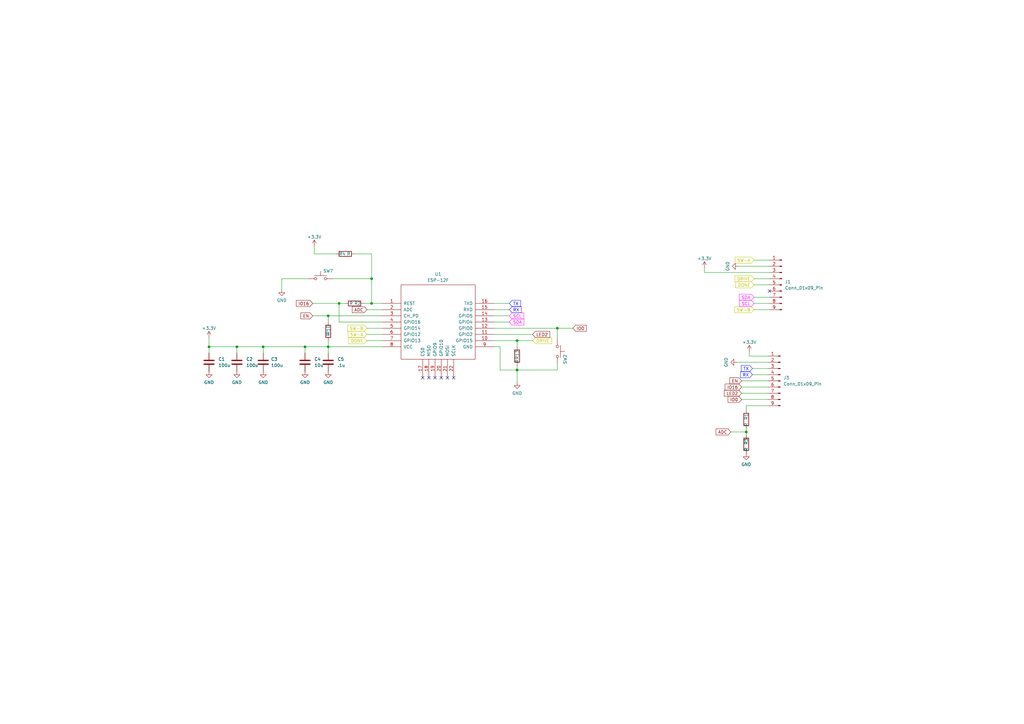
<source format=kicad_sch>
(kicad_sch (version 20230121) (generator eeschema)
  (paper "A3")
  (lib_symbols
    (symbol "Connector:Conn_01x09_Pin" (pin_names (offset 1.016) hide)
      (property "Reference" "J" (at 0 12.7 0))
      (property "Value" "Conn_01x09_Pin" (at 0 -12.7 0))
      (symbol "Conn_01x09_Pin_1_1"
        (polyline (pts (xy 1.27 -10.16) (xy 0.8636 -10.16)) (stroke (width 0.1524)))
        (polyline (pts (xy 1.27 -7.62) (xy 0.8636 -7.62)) (stroke (width 0.1524)))
        (polyline (pts (xy 1.27 -5.08) (xy 0.8636 -5.08)) (stroke (width 0.1524)))
        (polyline (pts (xy 1.27 -2.54) (xy 0.8636 -2.54)) (stroke (width 0.1524)))
        (polyline (pts (xy 1.27 0) (xy 0.8636 0)) (stroke (width 0.1524)))
        (polyline (pts (xy 1.27 2.54) (xy 0.8636 2.54)) (stroke (width 0.1524)))
        (polyline (pts (xy 1.27 5.08) (xy 0.8636 5.08)) (stroke (width 0.1524)))
        (polyline (pts (xy 1.27 7.62) (xy 0.8636 7.62)) (stroke (width 0.1524)))
        (polyline (pts (xy 1.27 10.16) (xy 0.8636 10.16)) (stroke (width 0.1524)))
        (rectangle (start 0.8636 -10.033) (end 0 -10.287) (stroke (width 0.1524)) (fill (type outline)))
        (rectangle (start 0.8636 -7.493) (end 0 -7.747) (stroke (width 0.1524)) (fill (type outline)))
        (rectangle (start 0.8636 -4.953) (end 0 -5.207) (stroke (width 0.1524)) (fill (type outline)))
        (rectangle (start 0.8636 -2.413) (end 0 -2.667) (stroke (width 0.1524)) (fill (type outline)))
        (rectangle (start 0.8636 0.127) (end 0 -0.127) (stroke (width 0.1524)) (fill (type outline)))
        (rectangle (start 0.8636 2.667) (end 0 2.413) (stroke (width 0.1524)) (fill (type outline)))
        (rectangle (start 0.8636 5.207) (end 0 4.953) (stroke (width 0.1524)) (fill (type outline)))
        (rectangle (start 0.8636 7.747) (end 0 7.493) (stroke (width 0.1524)) (fill (type outline)))
        (rectangle (start 0.8636 10.287) (end 0 10.033) (stroke (width 0.1524)) (fill (type outline)))
        (pin passive line (at 5.08 10.16 180) (length 3.81) (name "Pin_1") (number "1"))
        (pin passive line (at 5.08 7.62 180) (length 3.81) (name "Pin_2") (number "2"))
        (pin passive line (at 5.08 5.08 180) (length 3.81) (name "Pin_3") (number "3"))
        (pin passive line (at 5.08 2.54 180) (length 3.81) (name "Pin_4") (number "4"))
        (pin passive line (at 5.08 0 180) (length 3.81) (name "Pin_5") (number "5"))
        (pin passive line (at 5.08 -2.54 180) (length 3.81) (name "Pin_6") (number "6"))
        (pin passive line (at 5.08 -5.08 180) (length 3.81) (name "Pin_7") (number "7"))
        (pin passive line (at 5.08 -7.62 180) (length 3.81) (name "Pin_8") (number "8"))
        (pin passive line (at 5.08 -10.16 180) (length 3.81) (name "Pin_9") (number "9"))
      )
    )
    (symbol "Device:C" (pin_numbers hide) (pin_names (offset 0.254))
      (property "Reference" "C" (at 0.635 2.54 0))
      (property "Value" "C" (at 0.635 -2.54 0))
      (symbol "C_0_1"
        (polyline (pts (xy -2.032 -0.762) (xy 2.032 -0.762)) (stroke (width 0.508)))
        (polyline (pts (xy -2.032 0.762) (xy 2.032 0.762)) (stroke (width 0.508)))
      )
      (symbol "C_1_1"
        (pin passive line (at 0 3.81 270) (length 2.794) (name "~") (number "1"))
        (pin passive line (at 0 -3.81 90) (length 2.794) (name "~") (number "2"))
      )
    )
    (symbol "Device:R" (pin_numbers hide) (pin_names (offset 0))
      (property "Reference" "R" (at 2.032 0 90))
      (property "Value" "R" (at 0 0 90))
      (symbol "R_0_1"
        (rectangle (start -1.016 -2.54) (end 1.016 2.54) (stroke (width 0.254)))
      )
      (symbol "R_1_1"
        (pin passive line (at 0 3.81 270) (length 1.27) (name "~") (number "1"))
        (pin passive line (at 0 -3.81 90) (length 1.27) (name "~") (number "2"))
      )
    )
    (symbol "ESP8266:ESP-12F" (pin_names (offset 1.016))
      (property "Reference" "U2" (at 0 19.685 0))
      (property "Value" "ESP-12F" (at 0 17.145 0))
      (symbol "ESP-12F_1_0"
        (rectangle (start -15.24 -15.24) (end 15.24 15.24))
      )
      (symbol "ESP-12F_1_1"
        (pin input line (at -22.86 7.62 0) (length 7.62) (name "REST") (number "1"))
        (pin bidirectional line (at 22.86 -7.62 180) (length 7.62) (name "GPIO15") (number "10"))
        (pin bidirectional line (at 22.86 -5.08 180) (length 7.62) (name "GPIO2") (number "11"))
        (pin bidirectional line (at 22.86 -2.54 180) (length 7.62) (name "GPIO0") (number "12"))
        (pin bidirectional line (at 22.86 0 180) (length 7.62) (name "GPIO4") (number "13"))
        (pin bidirectional line (at 22.86 2.54 180) (length 7.62) (name "GPIO5") (number "14"))
        (pin input line (at 22.86 5.08 180) (length 7.62) (name "RXD") (number "15"))
        (pin output line (at 22.86 7.62 180) (length 7.62) (name "TXD") (number "16"))
        (pin bidirectional line (at -6.35 -22.86 90) (length 7.62) (name "CS0") (number "17"))
        (pin bidirectional line (at -3.81 -22.86 90) (length 7.62) (name "MISO") (number "18"))
        (pin bidirectional line (at -1.27 -22.86 90) (length 7.62) (name "GPIO9") (number "19"))
        (pin passive line (at -22.86 5.08 0) (length 7.62) (name "ADC") (number "2"))
        (pin bidirectional line (at 1.27 -22.86 90) (length 7.62) (name "GPIO10") (number "20"))
        (pin bidirectional line (at 3.81 -22.86 90) (length 7.62) (name "MOSI") (number "21"))
        (pin bidirectional line (at 6.35 -22.86 90) (length 7.62) (name "SCLK") (number "22"))
        (pin input line (at -22.86 2.54 0) (length 7.62) (name "CH_PD") (number "3"))
        (pin bidirectional line (at -22.86 0 0) (length 7.62) (name "GPIO16") (number "4"))
        (pin bidirectional line (at -22.86 -2.54 0) (length 7.62) (name "GPIO14") (number "5"))
        (pin bidirectional line (at -22.86 -5.08 0) (length 7.62) (name "GPIO12") (number "6"))
        (pin bidirectional line (at -22.86 -7.62 0) (length 7.62) (name "GPIO13") (number "7"))
        (pin bidirectional line (at -22.86 -10.16 0) (length 7.62) (name "VCC") (number "8"))
        (pin bidirectional line (at 22.86 -10.16 180) (length 7.62) (name "GND") (number "9"))
      )
    )
    (symbol "Switch:SW_Push" (pin_numbers hide) (pin_names (offset 1.016) hide)
      (property "Reference" "SW" (at 1.27 2.54 0))
      (property "Value" "SW_Push" (at 0 -1.524 0))
      (symbol "SW_Push_0_1"
        (circle (center -2.032 0) (radius 0.508))
        (polyline (pts (xy 0 1.27) (xy 0 3.048)))
        (polyline (pts (xy 2.54 1.27) (xy -2.54 1.27)))
        (circle (center 2.032 0) (radius 0.508))
        (pin passive line (at -5.08 0 0) (length 2.54) (name "1") (number "1"))
        (pin passive line (at 5.08 0 180) (length 2.54) (name "2") (number "2"))
      )
    )
    (symbol "power:+3.3V" (power) (pin_names (offset 0))
      (property "Value" "+3.3V" (at 0 3.556 0))
      (symbol "+3.3V_0_1"
        (polyline (pts (xy -0.762 1.27) (xy 0 2.54)))
        (polyline (pts (xy 0 0) (xy 0 2.54)))
        (polyline (pts (xy 0 2.54) (xy 0.762 1.27)))
      )
      (symbol "+3.3V_1_1"
        (pin power_in line (at 0 0 90) (length 0) hide (name "+3.3V") (number "1"))
      )
    )
    (symbol "power:GND" (power) (pin_names (offset 0))
      (property "Value" "GND" (at 0 -3.81 0))
      (symbol "GND_0_1"
        (polyline (pts (xy 0 0) (xy 0 -1.27) (xy 1.27 -1.27) (xy 0 -2.54) (xy -1.27 -1.27) (xy 0 -1.27)))
      )
      (symbol "GND_1_1"
        (pin power_in line (at 0 0 270) (length 0) hide (name "GND") (number "1"))
      )
    )
  )
  (junction (at 97.155 142.24))
  (junction (at 212.09 151.765))
  (junction (at 85.725 142.24))
  (junction (at 134.62 142.24))
  (junction (at 228.6 134.62))
  (junction (at 152.4 114.3))
  (junction (at 107.95 142.24))
  (junction (at 306.07 177.165))
  (junction (at 134.62 129.54))
  (junction (at 125.095 142.24))
  (junction (at 212.09 139.7))
  (junction (at 152.4 124.46))
  (junction (at 139.065 124.46))
  (no_connect (at 178.435 154.94))
  (no_connect (at 180.975 154.94))
  (no_connect (at 186.055 154.94))
  (no_connect (at 315.595 119.38))
  (no_connect (at 173.355 154.94))
  (no_connect (at 175.895 154.94))
  (no_connect (at 183.515 154.94))
  (wire (pts (xy 202.565 124.46) (xy 208.915 124.46)))
  (wire (pts (xy 125.095 142.24) (xy 134.62 142.24)) (stroke (width 0) (color 0 132 0 1)))
  (wire (pts (xy 228.6 139.065) (xy 228.6 134.62)))
  (wire (pts (xy 315.595 121.92) (xy 309.245 121.92)))
  (wire (pts (xy 152.4 124.46) (xy 156.845 124.46)))
  (wire (pts (xy 115.57 118.745) (xy 115.57 114.3)))
  (wire (pts (xy 128.27 129.54) (xy 134.62 129.54)) (stroke (width 0) (color 0 132 0 1)))
  (wire (pts (xy 202.565 127) (xy 208.915 127)))
  (wire (pts (xy 288.925 109.855) (xy 288.925 111.76)))
  (wire (pts (xy 228.6 149.225) (xy 228.6 151.765)))
  (wire (pts (xy 302.895 109.22) (xy 315.595 109.22)))
  (wire (pts (xy 309.245 116.84) (xy 315.595 116.84)))
  (wire (pts (xy 137.795 104.14) (xy 128.905 104.14)))
  (wire (pts (xy 134.62 142.24) (xy 134.62 144.78)))
  (wire (pts (xy 152.4 114.3) (xy 152.4 124.46)))
  (wire (pts (xy 85.725 144.78) (xy 85.725 142.24)))
  (wire (pts (xy 307.34 144.145) (xy 307.34 146.05)))
  (wire (pts (xy 212.09 151.765) (xy 212.09 156.845)))
  (wire (pts (xy 150.495 127) (xy 156.845 127)))
  (wire (pts (xy 115.57 114.3) (xy 126.365 114.3)))
  (wire (pts (xy 134.62 142.24) (xy 156.845 142.24)) (stroke (width 0) (color 0 132 0 1)))
  (wire (pts (xy 306.07 177.165) (xy 306.07 178.435)))
  (wire (pts (xy 128.27 124.46) (xy 139.065 124.46)))
  (wire (pts (xy 149.225 124.46) (xy 152.4 124.46)))
  (wire (pts (xy 314.96 153.67) (xy 308.61 153.67)))
  (wire (pts (xy 85.725 142.24) (xy 97.155 142.24)))
  (wire (pts (xy 302.26 148.59) (xy 314.96 148.59)))
  (wire (pts (xy 309.245 114.3) (xy 315.595 114.3)))
  (wire (pts (xy 97.155 142.24) (xy 107.95 142.24)))
  (wire (pts (xy 314.96 163.83) (xy 304.165 163.83)))
  (wire (pts (xy 212.09 139.7) (xy 212.09 142.24)))
  (wire (pts (xy 97.155 144.78) (xy 97.155 142.24)))
  (wire (pts (xy 202.565 129.54) (xy 208.915 129.54)))
  (wire (pts (xy 202.565 142.24) (xy 205.105 142.24)))
  (wire (pts (xy 304.165 158.75) (xy 314.96 158.75)))
  (wire (pts (xy 304.165 161.29) (xy 314.96 161.29)))
  (wire (pts (xy 202.565 139.7) (xy 212.09 139.7)))
  (wire (pts (xy 315.595 106.68) (xy 309.245 106.68)))
  (wire (pts (xy 315.595 127) (xy 309.245 127)))
  (wire (pts (xy 134.62 129.54) (xy 156.845 129.54)) (stroke (width 0) (color 0 132 0 1)))
  (wire (pts (xy 288.925 111.76) (xy 315.595 111.76)))
  (wire (pts (xy 152.4 104.14) (xy 152.4 114.3)))
  (wire (pts (xy 134.62 139.7) (xy 134.62 142.24)))
  (wire (pts (xy 107.95 144.78) (xy 107.95 142.24)))
  (wire (pts (xy 304.165 156.21) (xy 314.96 156.21)))
  (wire (pts (xy 314.96 151.13) (xy 308.61 151.13)))
  (wire (pts (xy 307.34 146.05) (xy 314.96 146.05)))
  (wire (pts (xy 125.095 142.24) (xy 125.095 144.78)))
  (wire (pts (xy 205.105 142.24) (xy 205.105 151.765)))
  (wire (pts (xy 202.565 134.62) (xy 228.6 134.62)))
  (wire (pts (xy 156.845 139.7) (xy 150.495 139.7)))
  (wire (pts (xy 314.96 166.37) (xy 306.07 166.37)))
  (wire (pts (xy 139.065 124.46) (xy 139.065 132.08)))
  (wire (pts (xy 299.72 177.165) (xy 306.07 177.165)))
  (wire (pts (xy 128.905 100.965) (xy 128.905 104.14)))
  (wire (pts (xy 139.065 132.08) (xy 156.845 132.08)))
  (wire (pts (xy 212.09 139.7) (xy 218.44 139.7)))
  (wire (pts (xy 228.6 151.765) (xy 212.09 151.765)))
  (wire (pts (xy 309.245 124.46) (xy 315.595 124.46)))
  (wire (pts (xy 212.09 151.765) (xy 205.105 151.765)))
  (wire (pts (xy 107.95 142.24) (xy 125.095 142.24)))
  (wire (pts (xy 152.4 104.14) (xy 145.415 104.14)))
  (wire (pts (xy 85.725 138.43) (xy 85.725 142.24)))
  (wire (pts (xy 306.07 166.37) (xy 306.07 168.275)))
  (wire (pts (xy 212.09 149.86) (xy 212.09 151.765)))
  (wire (pts (xy 202.565 137.16) (xy 218.44 137.16)))
  (wire (pts (xy 156.845 134.62) (xy 150.495 134.62)))
  (wire (pts (xy 306.07 175.895) (xy 306.07 177.165)))
  (wire (pts (xy 134.62 129.54) (xy 134.62 132.08)))
  (wire (pts (xy 136.525 114.3) (xy 152.4 114.3)))
  (wire (pts (xy 139.065 124.46) (xy 141.605 124.46)))
  (wire (pts (xy 228.6 134.62) (xy 234.95 134.62)))
  (wire (pts (xy 150.495 137.16) (xy 156.845 137.16)))
  (wire (pts (xy 202.565 132.08) (xy 208.915 132.08)))
  (global_label "LED2" (shape input) (at 304.165 161.29 180) (property "Intersheetrefs" "${INTERSHEET_REFS}" (effects hide)))
  (global_label "IO16" (shape input) (at 128.27 124.46 180) (property "Intersheetrefs" "${INTERSHEET_REFS}" (effects hide)))
  (global_label "ADC" (shape input) (at 299.72 177.165 180) (property "Intersheetrefs" "${INTERSHEET_REFS}" (effects hide)))
  (global_label "SW-B" (shape input) (at 309.245 127 180) (property "Intersheetrefs" "${INTERSHEET_REFS}" (effects hide)))
  (global_label "SCL" (shape input) (at 309.245 124.46 180) (property "Intersheetrefs" "${INTERSHEET_REFS}" (effects hide)))
  (global_label "ADC" (shape input) (at 150.495 127 180) (property "Intersheetrefs" "${INTERSHEET_REFS}" (effects hide)))
  (global_label "SDA" (shape input) (at 208.915 132.08 0) (property "Intersheetrefs" "${INTERSHEET_REFS}" (effects hide)))
  (global_label "IO0" (shape input) (at 234.95 134.62 0) (property "Intersheetrefs" "${INTERSHEET_REFS}" (effects hide)))
  (global_label "EN" (shape input) (at 128.27 129.54 180) (property "Intersheetrefs" "${INTERSHEET_REFS}" (effects hide)))
  (global_label "LED2" (shape input) (at 218.44 137.16 0) (property "Intersheetrefs" "${INTERSHEET_REFS}" (effects hide)))
  (global_label "DRIVE" (shape input) (at 309.245 114.3 180) (property "Intersheetrefs" "${INTERSHEET_REFS}" (effects hide)))
  (global_label "TX" (shape input) (at 308.61 151.13 180) (property "Intersheetrefs" "${INTERSHEET_REFS}" (effects hide)))
  (global_label "SCL" (shape input) (at 208.915 129.54 0) (property "Intersheetrefs" "${INTERSHEET_REFS}" (effects hide)))
  (global_label "IO0" (shape input) (at 304.165 163.83 180) (property "Intersheetrefs" "${INTERSHEET_REFS}" (effects hide)))
  (global_label "SDA" (shape input) (at 309.245 121.92 180) (property "Intersheetrefs" "${INTERSHEET_REFS}" (effects hide)))
  (global_label "EN" (shape input) (at 304.165 156.21 180) (property "Intersheetrefs" "${INTERSHEET_REFS}" (effects hide)))
  (global_label "DONE" (shape input) (at 309.245 116.84 180) (property "Intersheetrefs" "${INTERSHEET_REFS}" (effects hide)))
  (global_label "RX" (shape input) (at 308.61 153.67 180) (property "Intersheetrefs" "${INTERSHEET_REFS}" (effects hide)))
  (global_label "TX" (shape input) (at 208.915 124.46 0) (property "Intersheetrefs" "${INTERSHEET_REFS}" (effects hide)))
  (global_label "SW-A" (shape input) (at 150.495 137.16 180) (property "Intersheetrefs" "${INTERSHEET_REFS}" (effects hide)))
  (global_label "SW-A" (shape input) (at 309.245 106.68 180) (property "Intersheetrefs" "${INTERSHEET_REFS}" (effects hide)))
  (global_label "IO16" (shape input) (at 304.165 158.75 180) (property "Intersheetrefs" "${INTERSHEET_REFS}" (effects hide)))
  (global_label "SW-B" (shape input) (at 150.495 134.62 180) (property "Intersheetrefs" "${INTERSHEET_REFS}" (effects hide)))
  (global_label "DONE" (shape input) (at 150.495 139.7 180) (property "Intersheetrefs" "${INTERSHEET_REFS}" (effects hide)))
  (global_label "DRIVE" (shape input) (at 218.44 139.7 0) (property "Intersheetrefs" "${INTERSHEET_REFS}" (effects hide)))
  (global_label "RX" (shape input) (at 208.915 127 0) (property "Intersheetrefs" "${INTERSHEET_REFS}" (effects hide)))
  (symbol (lib_id "Connector:Conn_01x09_Pin") (at 320.675 116.84 0) (mirror y) (unit 1)
    (property "Reference" "J1" (at 321.945 115.57 0) (effects (justify right)))
    (property "Value" "Conn_01x09_Pin" (at 321.945 118.11 0) (effects (justify right)))
    (property "Footprint" "Connector_PinHeader_2.54mm:PinHeader_1x09_P2.54mm_Vertical" (effects hide))
  )
  (symbol (lib_id "Device:C") (at 97.155 148.59 0) (unit 1)
    (property "Reference" "C2" (at 100.965 147.32 0) (effects (justify left)))
    (property "Value" "100u" (at 100.965 149.86 0) (effects (justify left)))
    (property "Footprint" "Capacitor_SMD:C_1206_3216Metric" (effects hide))
  )
  (symbol (lib_id "ESP8266:ESP-12F") (at 179.705 132.08 0) (unit 1)
    (property "Reference" "U1" (at 179.705 112.395 0))
    (property "Value" "ESP-12F" (at 179.705 114.935 0))
    (property "Footprint" "A_SensorNode:ESP12_SMD" (effects hide))
    (property "Datasheet" "http://l0l.org.uk/2014/12/esp8266-modules-hardware-guide-gotta-catch-em-all/" (effects hide))
  )
  (symbol (lib_id "power:GND") (at 302.26 148.59 270) (unit 1)
    (property "Reference" "#PWR02" (effects hide))
    (property "Value" "GND" (at 297.815 148.59 0))
  )
  (symbol (lib_id "Device:R") (at 134.62 135.89 0) (mirror x) (unit 1)
    (property "Reference" "R10" (at 134.62 133.35 90) (effects (justify left)))
    (property "Value" "R" (at 134.62 136.525 90) (effects (justify left)))
    (property "Footprint" "Resistor_SMD:R_0603_1608Metric" (effects hide))
  )
  (symbol (lib_id "Device:C") (at 125.095 148.59 0) (unit 1)
    (property "Reference" "C4" (at 128.905 147.32 0) (effects (justify left)))
    (property "Value" "10u" (at 128.905 149.86 0) (effects (justify left)))
    (property "Footprint" "Capacitor_SMD:C_0603_1608Metric" (effects hide))
  )
  (symbol (lib_id "Device:C") (at 85.725 148.59 0) (unit 1)
    (property "Reference" "C1" (at 89.535 147.32 0) (effects (justify left)))
    (property "Value" "100u" (at 89.535 149.86 0) (effects (justify left)))
    (property "Footprint" "Capacitor_SMD:C_1206_3216Metric" (effects hide))
  )
  (symbol (lib_id "power:GND") (at 125.095 152.4 0) (unit 1)
    (property "Reference" "#PWR09" (effects hide))
    (property "Value" "GND" (at 125.095 156.845 0))
  )
  (symbol (lib_id "Device:R") (at 306.07 182.245 0) (mirror x) (unit 1)
    (property "Reference" "R3" (at 306.07 179.705 90) (effects (justify left)))
    (property "Value" "R" (at 306.07 183.515 90) (effects (justify left)))
    (property "Footprint" "Resistor_SMD:R_0603_1608Metric" (effects hide))
  )
  (symbol (lib_id "Device:R") (at 141.605 104.14 270) (mirror x) (unit 1)
    (property "Reference" "R4" (at 139.065 104.14 90) (effects (justify left)))
    (property "Value" "R" (at 142.24 104.14 90) (effects (justify left)))
    (property "Footprint" "Resistor_SMD:R_0603_1608Metric" (effects hide))
  )
  (symbol (lib_id "power:+3.3V") (at 307.34 144.145 0) (unit 1)
    (property "Reference" "#PWR01" (effects hide))
    (property "Value" "+3.3V" (at 307.34 140.335 0))
  )
  (symbol (lib_id "power:GND") (at 85.725 152.4 0) (unit 1)
    (property "Reference" "#PWR04" (effects hide))
    (property "Value" "GND" (at 85.725 156.845 0))
  )
  (symbol (lib_id "power:GND") (at 107.95 152.4 0) (unit 1)
    (property "Reference" "#PWR010" (effects hide))
    (property "Value" "GND" (at 107.95 156.845 0))
  )
  (symbol (lib_id "power:GND") (at 115.57 118.745 0) (unit 1)
    (property "Reference" "#PWR05" (effects hide))
    (property "Value" "GND" (at 115.57 123.19 0))
  )
  (symbol (lib_id "Device:C") (at 107.95 148.59 0) (unit 1)
    (property "Reference" "C3" (at 111.125 147.32 0) (effects (justify left)))
    (property "Value" "100u" (at 111.125 149.86 0) (effects (justify left)))
    (property "Footprint" "Capacitor_SMD:C_1206_3216Metric" (effects hide))
  )
  (symbol (lib_id "power:GND") (at 302.895 109.22 270) (unit 1)
    (property "Reference" "#PWR017" (effects hide))
    (property "Value" "GND" (at 298.45 109.22 0))
  )
  (symbol (lib_id "power:+3.3V") (at 85.725 138.43 0) (unit 1)
    (property "Reference" "#PWR08" (effects hide))
    (property "Value" "+3.3V" (at 85.725 134.62 0))
  )
  (symbol (lib_id "Connector:Conn_01x09_Pin") (at 320.04 156.21 0) (mirror y) (unit 1)
    (property "Reference" "J3" (at 321.31 154.94 0) (effects (justify right)))
    (property "Value" "Conn_01x09_Pin" (at 321.31 157.48 0) (effects (justify right)))
    (property "Footprint" "Connector_PinHeader_2.54mm:PinHeader_1x09_P2.54mm_Vertical" (effects hide))
  )
  (symbol (lib_id "Device:R") (at 306.07 172.085 0) (mirror x) (unit 1)
    (property "Reference" "R1" (at 306.07 169.545 90) (effects (justify left)))
    (property "Value" "R" (at 306.07 173.355 90) (effects (justify left)))
    (property "Footprint" "Resistor_SMD:R_0603_1608Metric" (effects hide))
  )
  (symbol (lib_id "power:+3.3V") (at 128.905 100.965 0) (unit 1)
    (property "Reference" "#PWR07" (effects hide))
    (property "Value" "+3.3V" (at 128.905 97.155 0))
  )
  (symbol (lib_id "power:GND") (at 306.07 186.055 0) (mirror y) (unit 1)
    (property "Reference" "#PWR03" (effects hide))
    (property "Value" "GND" (at 306.07 190.5 0))
  )
  (symbol (lib_id "Switch:SW_Push") (at 228.6 144.145 270) (mirror x) (unit 1)
    (property "Reference" "SW2" (at 231.775 147.32 0))
    (property "Value" "SW_Push" (effects hide))
    (property "Footprint" "Button_Switch_SMD:SW_SPST_PTS810" (effects hide))
  )
  (symbol (lib_id "power:GND") (at 212.09 156.845 0) (unit 1)
    (property "Reference" "#PWR015" (effects hide))
    (property "Value" "GND" (at 212.09 161.29 0))
  )
  (symbol (lib_id "power:GND") (at 97.155 152.4 0) (unit 1)
    (property "Reference" "#PWR06" (effects hide))
    (property "Value" "GND" (at 97.155 156.845 0))
  )
  (symbol (lib_id "power:GND") (at 134.62 152.4 0) (unit 1)
    (property "Reference" "#PWR012" (effects hide))
    (property "Value" "GND" (at 134.62 156.845 0))
  )
  (symbol (lib_id "Device:R") (at 145.415 124.46 90) (mirror x) (unit 1)
    (property "Reference" "R2" (at 147.955 124.46 90) (effects (justify left)))
    (property "Value" "R" (at 144.78 124.46 90) (effects (justify left)))
    (property "Footprint" "A_SensorNode:Jumpper" (effects hide))
  )
  (symbol (lib_id "Device:R") (at 212.09 146.05 0) (mirror x) (unit 1)
    (property "Reference" "R13" (at 212.09 143.51 90) (effects (justify left)))
    (property "Value" "R" (at 212.09 147.32 90) (effects (justify left)))
    (property "Footprint" "Resistor_SMD:R_0603_1608Metric" (effects hide))
  )
  (symbol (lib_id "Device:C") (at 134.62 148.59 0) (unit 1)
    (property "Reference" "C5" (at 138.43 147.32 0) (effects (justify left)))
    (property "Value" ".1u" (at 138.43 149.86 0) (effects (justify left)))
    (property "Footprint" "Capacitor_SMD:C_0603_1608Metric" (effects hide))
  )
  (symbol (lib_id "Switch:SW_Push") (at 131.445 114.3 0) (mirror y) (unit 1)
    (property "Reference" "SW7" (at 134.62 111.125 0))
    (property "Value" "SW_Push" (effects hide))
    (property "Footprint" "Button_Switch_SMD:SW_SPST_PTS810" (effects hide))
  )
  (symbol (lib_id "power:+3.3V") (at 288.925 109.855 0) (unit 1)
    (property "Reference" "#PWR016" (effects hide))
    (property "Value" "+3.3V" (at 288.925 106.045 0))
  )
)
</source>
